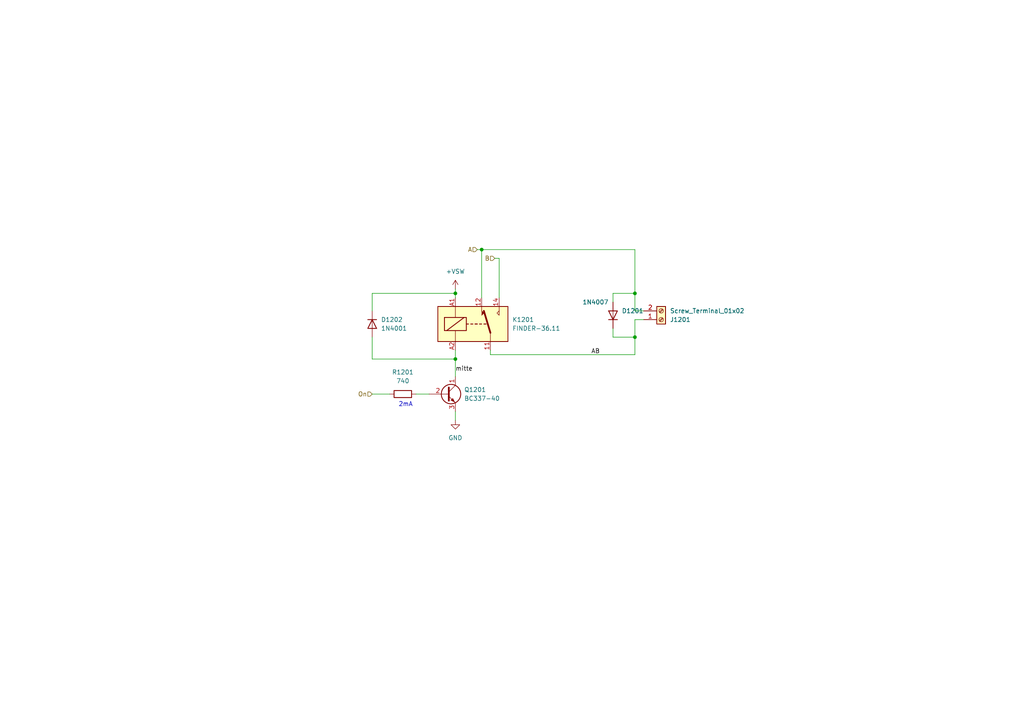
<source format=kicad_sch>
(kicad_sch (version 20211123) (generator eeschema)
  (paper "A4")
  (title_block (title "ESP32 Relaiskarte") (date "2022-03-30") (rev "0.0.3") (company "makerspace Bocholt") (comment 1 "+ optionale Servo Ansteuerung") (comment 2 "+ optionale Lan Karte") (comment 4 "Frank Tobergte"))
  (lib_symbols
    (symbol "Connector:Screw_Terminal_01x02" (pin_names (offset 1.016) hide)
      (property "Reference" "J" (at 0 2.54 0))
      (property "Value" "Screw_Terminal_01x02" (at 0 -5.08 0))
      (symbol "Screw_Terminal_01x02_1_1"
        (rectangle (start -1.27 1.27) (end 1.27 -3.81) (stroke (width 0.254)) (fill (type background)))
        (circle (center 0 -2.54) (radius 0.635) (stroke (width 0.1524)))
        (polyline (pts (xy -0.5334 -2.2098) (xy 0.3302 -3.048)) (stroke (width 0.1524)))
        (polyline (pts (xy -0.5334 0.3302) (xy 0.3302 -0.508)) (stroke (width 0.1524)))
        (polyline (pts (xy -0.3556 -2.032) (xy 0.508 -2.8702)) (stroke (width 0.1524)))
        (polyline (pts (xy -0.3556 0.508) (xy 0.508 -0.3302)) (stroke (width 0.1524)))
        (circle (center 0 0) (radius 0.635) (stroke (width 0.1524)))
        (pin passive line (at -5.08 0 0) (length 3.81) (name "Pin_1") (number "1"))
        (pin passive line (at -5.08 -2.54 0) (length 3.81) (name "Pin_2") (number "2"))
      )
    )
    (symbol "Device:R" (pin_numbers hide) (pin_names (offset 0))
      (property "Reference" "R" (at 2.032 0 90))
      (property "Value" "R" (at 0 0 90))
      (symbol "R_0_1"
        (rectangle (start -1.016 -2.54) (end 1.016 2.54) (stroke (width 0.254)))
      )
      (symbol "R_1_1"
        (pin passive line (at 0 3.81 270) (length 1.27) (name "~") (number "1"))
        (pin passive line (at 0 -3.81 90) (length 1.27) (name "~") (number "2"))
      )
    )
    (symbol "Diode:1N4001" (pin_numbers hide) (pin_names (offset 1.016) hide)
      (property "Reference" "D" (at 0 2.54 0))
      (property "Value" "1N4001" (at 0 -2.54 0))
      (symbol "1N4001_0_1"
        (polyline (pts (xy -1.27 1.27) (xy -1.27 -1.27)) (stroke (width 0.254)))
        (polyline (pts (xy 1.27 0) (xy -1.27 0)))
        (polyline (pts (xy 1.27 1.27) (xy 1.27 -1.27) (xy -1.27 0) (xy 1.27 1.27)) (stroke (width 0.254)))
      )
      (symbol "1N4001_1_1"
        (pin passive line (at -3.81 0 0) (length 2.54) (name "K") (number "1"))
        (pin passive line (at 3.81 0 180) (length 2.54) (name "A") (number "2"))
      )
    )
    (symbol "Diode:1N4007" (pin_numbers hide) (pin_names (offset 1.016) hide)
      (property "Reference" "D" (at 0 2.54 0))
      (property "Value" "1N4007" (at 0 -2.54 0))
      (symbol "1N4007_0_1"
        (polyline (pts (xy -1.27 1.27) (xy -1.27 -1.27)) (stroke (width 0.254)))
        (polyline (pts (xy 1.27 0) (xy -1.27 0)))
        (polyline (pts (xy 1.27 1.27) (xy 1.27 -1.27) (xy -1.27 0) (xy 1.27 1.27)) (stroke (width 0.254)))
      )
      (symbol "1N4007_1_1"
        (pin passive line (at -3.81 0 0) (length 2.54) (name "K") (number "1"))
        (pin passive line (at 3.81 0 180) (length 2.54) (name "A") (number "2"))
      )
    )
    (symbol "Relay:FINDER-36.11"
      (property "Reference" "K" (at 11.43 3.81 0))
      (property "Value" "FINDER-36.11" (at 11.43 1.27 0))
      (symbol "FINDER-36.11_0_0"
        (polyline (pts (xy 2.54 3.81) (xy 2.54 5.08)))
        (polyline (pts (xy 7.62 3.81) (xy 7.62 5.08)))
        (polyline (pts (xy 7.62 3.81) (xy 7.62 2.54) (xy 6.985 3.175) (xy 7.62 3.81)))
      )
      (symbol "FINDER-36.11_0_1"
        (rectangle (start -10.16 5.08) (end 10.16 -5.08) (stroke (width 0.254)) (fill (type background)))
        (rectangle (start -8.255 1.905) (end -1.905 -1.905) (stroke (width 0.254)))
        (polyline (pts (xy -7.62 -1.905) (xy -2.54 1.905)) (stroke (width 0.254)))
        (polyline (pts (xy -5.08 -5.08) (xy -5.08 -1.905)))
        (polyline (pts (xy -5.08 5.08) (xy -5.08 1.905)))
        (polyline (pts (xy -1.905 0) (xy -1.27 0)) (stroke (width 0.254)))
        (polyline (pts (xy -0.635 0) (xy 0 0)) (stroke (width 0.254)))
        (polyline (pts (xy 0.635 0) (xy 1.27 0)) (stroke (width 0.254)))
        (polyline (pts (xy 0.635 0) (xy 1.27 0)) (stroke (width 0.254)))
        (polyline (pts (xy 1.905 0) (xy 2.54 0)) (stroke (width 0.254)))
        (polyline (pts (xy 3.175 0) (xy 3.81 0)) (stroke (width 0.254)))
        (polyline (pts (xy 5.08 -2.54) (xy 3.175 3.81)) (stroke (width 0.508)))
        (polyline (pts (xy 5.08 -2.54) (xy 5.08 -5.08)))
        (polyline (pts (xy 2.54 2.54) (xy 3.175 3.175) (xy 2.54 3.81)) (fill (type outline)))
      )
      (symbol "FINDER-36.11_1_1"
        (pin passive line (at 5.08 -7.62 90) (length 2.54) (name "~") (number "11"))
        (pin passive line (at 2.54 7.62 270) (length 2.54) (name "~") (number "12"))
        (pin passive line (at 7.62 7.62 270) (length 2.54) (name "~") (number "14"))
        (pin passive line (at -5.08 7.62 270) (length 2.54) (name "~") (number "A1"))
        (pin passive line (at -5.08 -7.62 90) (length 2.54) (name "~") (number "A2"))
      )
    )
    (symbol "Transistor_BJT:BC337" (pin_names (offset 0) hide)
      (property "Reference" "Q" (at 5.08 1.905 0))
      (property "Value" "BC337" (at 5.08 0 0))
      (symbol "BC337_0_1"
        (polyline (pts (xy 0 0) (xy 0.635 0)))
        (polyline (pts (xy 0.635 0.635) (xy 2.54 2.54)))
        (polyline (pts (xy 0.635 -0.635) (xy 2.54 -2.54) (xy 2.54 -2.54)))
        (polyline (pts (xy 0.635 1.905) (xy 0.635 -1.905) (xy 0.635 -1.905)) (stroke (width 0.508)))
        (polyline (pts (xy 1.27 -1.778) (xy 1.778 -1.27) (xy 2.286 -2.286) (xy 1.27 -1.778) (xy 1.27 -1.778)) (fill (type outline)))
        (circle (center 1.27 0) (radius 2.8194) (stroke (width 0.254)))
      )
      (symbol "BC337_1_1"
        (pin passive line (at 2.54 5.08 270) (length 2.54) (name "C") (number "1"))
        (pin input line (at -5.08 0 0) (length 5.08) (name "B") (number "2"))
        (pin passive line (at 2.54 -5.08 90) (length 2.54) (name "E") (number "3"))
      )
    )
    (symbol "power:+VSW" (power) (pin_names (offset 0))
      (property "Value" "+VSW" (at 0 3.556 0))
      (symbol "+VSW_0_1"
        (polyline (pts (xy -0.762 1.27) (xy 0 2.54)))
        (polyline (pts (xy 0 0) (xy 0 2.54)))
        (polyline (pts (xy 0 2.54) (xy 0.762 1.27)))
      )
      (symbol "+VSW_1_1"
        (pin power_in line (at 0 0 90) (length 0) hide (name "+VSW") (number "1"))
      )
    )
    (symbol "power:GND" (power) (pin_names (offset 0))
      (property "Value" "GND" (at 0 -3.81 0))
      (symbol "GND_0_1"
        (polyline (pts (xy 0 0) (xy 0 -1.27) (xy 1.27 -1.27) (xy 0 -2.54) (xy -1.27 -1.27) (xy 0 -1.27)))
      )
      (symbol "GND_1_1"
        (pin power_in line (at 0 0 270) (length 0) hide (name "GND") (number "1"))
      )
    )
  )
  (junction (at 139.7 72.39))
  (junction (at 132.08 85.09))
  (junction (at 132.08 104.14))
  (junction (at 184.15 85.09))
  (junction (at 184.15 97.79))
  (wire (pts (xy 184.15 85.09) (xy 184.15 72.39)))
  (wire (pts (xy 177.8 87.63) (xy 177.8 85.09)))
  (wire (pts (xy 138.43 72.39) (xy 139.7 72.39)))
  (wire (pts (xy 107.95 114.3) (xy 113.03 114.3)))
  (wire (pts (xy 184.15 102.87) (xy 184.15 97.79)))
  (wire (pts (xy 132.08 85.09) (xy 132.08 86.36)))
  (wire (pts (xy 107.95 104.14) (xy 132.08 104.14)))
  (wire (pts (xy 142.24 102.87) (xy 184.15 102.87)))
  (wire (pts (xy 132.08 104.14) (xy 132.08 109.22)))
  (wire (pts (xy 184.15 90.17) (xy 184.15 85.09)))
  (wire (pts (xy 132.08 83.82) (xy 132.08 85.09)))
  (wire (pts (xy 107.95 90.17) (xy 107.95 85.09)))
  (wire (pts (xy 139.7 72.39) (xy 184.15 72.39)))
  (wire (pts (xy 139.7 72.39) (xy 139.7 86.36)))
  (wire (pts (xy 177.8 95.25) (xy 177.8 97.79)))
  (wire (pts (xy 186.69 90.17) (xy 184.15 90.17)))
  (wire (pts (xy 177.8 85.09) (xy 184.15 85.09)))
  (wire (pts (xy 132.08 119.38) (xy 132.08 121.92)))
  (wire (pts (xy 184.15 92.71) (xy 186.69 92.71)))
  (wire (pts (xy 107.95 97.79) (xy 107.95 104.14)))
  (wire (pts (xy 120.65 114.3) (xy 124.46 114.3)))
  (wire (pts (xy 177.8 97.79) (xy 184.15 97.79)))
  (wire (pts (xy 184.15 97.79) (xy 184.15 92.71)))
  (wire (pts (xy 144.78 74.93) (xy 143.51 74.93)))
  (wire (pts (xy 144.78 86.36) (xy 144.78 74.93)))
  (wire (pts (xy 142.24 101.6) (xy 142.24 102.87)))
  (wire (pts (xy 107.95 85.09) (xy 132.08 85.09)))
  (wire (pts (xy 132.08 101.6) (xy 132.08 104.14)))
  (text "2mA" (at 115.57 118.11 0) (effects (font (size 1.27 1.27)) (justify left bottom)))
  (label "AB" (at 171.45 102.87 0))
  (label "mitte" (at 132.08 107.95 0))
  (hierarchical_label "On" (shape input) (at 107.95 114.3 180))
  (hierarchical_label "B" (shape input) (at 143.51 74.93 180))
  (hierarchical_label "A" (shape input) (at 138.43 72.39 180))
  (symbol (lib_id "Connector:Screw_Terminal_01x02") (at 191.77 92.71 0) (mirror x)
    (property "Reference" "J1201" (at 194.31 92.7101 0) (effects (justify left)))
    (property "Value" "Screw_Terminal_01x02" (at 194.31 90.1701 0) (effects (justify left)))
    (property "Footprint" "TerminalBlock_Phoenix:TerminalBlock_Phoenix_MKDS-1,5-2-5.08_1x02_P5.08mm_Horizontal" (effects hide))
  )
  (symbol (lib_id "power:GND") (at 132.08 121.92 0)
    (property "Reference" "#PWR01202" (effects hide))
    (property "Value" "GND" (at 132.08 127 0))
  )
  (symbol (lib_id "Device:R") (at 116.84 114.3 90)
    (property "Reference" "R1201" (at 116.84 107.95 90))
    (property "Value" "740" (at 116.84 110.49 90))
    (property "Footprint" "Resistor_THT:R_Axial_DIN0207_L6.3mm_D2.5mm_P2.54mm_Vertical" (effects hide))
  )
  (symbol (lib_id "Relay:FINDER-36.11") (at 137.16 93.98 0)
    (property "Reference" "K1201" (at 148.59 92.7099 0) (effects (justify left)))
    (property "Value" "FINDER-36.11" (at 148.59 95.2499 0) (effects (justify left)))
    (property "Footprint" "Relay_THT:Relay_SPDT_Finder_36.11" (effects hide))
    (property "Datasheet" "https://gfinder.findernet.com/public/attachments/36/EN/S36EN.pdf" (effects hide))
  )
  (symbol (lib_id "power:+VSW") (at 132.08 83.82 0)
    (property "Reference" "#PWR0124" (effects hide))
    (property "Value" "+VSW" (at 132.08 78.74 0))
  )
  (symbol (lib_id "Diode:1N4007") (at 177.8 91.44 90)
    (property "Reference" "D1201" (at 180.34 90.1699 90) (effects (justify right)))
    (property "Value" "1N4007" (at 168.91 87.63 90) (effects (justify right)))
    (property "Footprint" "Diode_THT:D_DO-41_SOD81_P5.08mm_Vertical_KathodeUp" (effects hide))
    (property "Datasheet" "http://www.vishay.com/docs/88503/1n4001.pdf" (effects hide))
  )
  (symbol (lib_id "Diode:1N4001") (at 107.95 93.98 270)
    (property "Reference" "D1202" (at 110.49 92.7099 90) (effects (justify left)))
    (property "Value" "1N4001" (at 110.49 95.2499 90) (effects (justify left)))
    (property "Footprint" "Diode_THT:D_DO-41_SOD81_P2.54mm_Vertical_KathodeUp" (effects hide))
    (property "Datasheet" "http://www.vishay.com/docs/88503/1n4001.pdf" (effects hide))
  )
  (symbol (lib_id "Transistor_BJT:BC337") (at 129.54 114.3 0)
    (property "Reference" "Q1201" (at 134.62 113.0299 0) (effects (justify left)))
    (property "Value" "BC337-40" (at 134.62 115.5699 0) (effects (justify left)))
    (property "Footprint" "Package_TO_SOT_THT:TO-92_HandSolder" (effects hide))
    (property "Datasheet" "https://diotec.com/tl_files/diotec/files/pdf/datasheets/bc337.pdf" (effects hide))
  )
)
</source>
